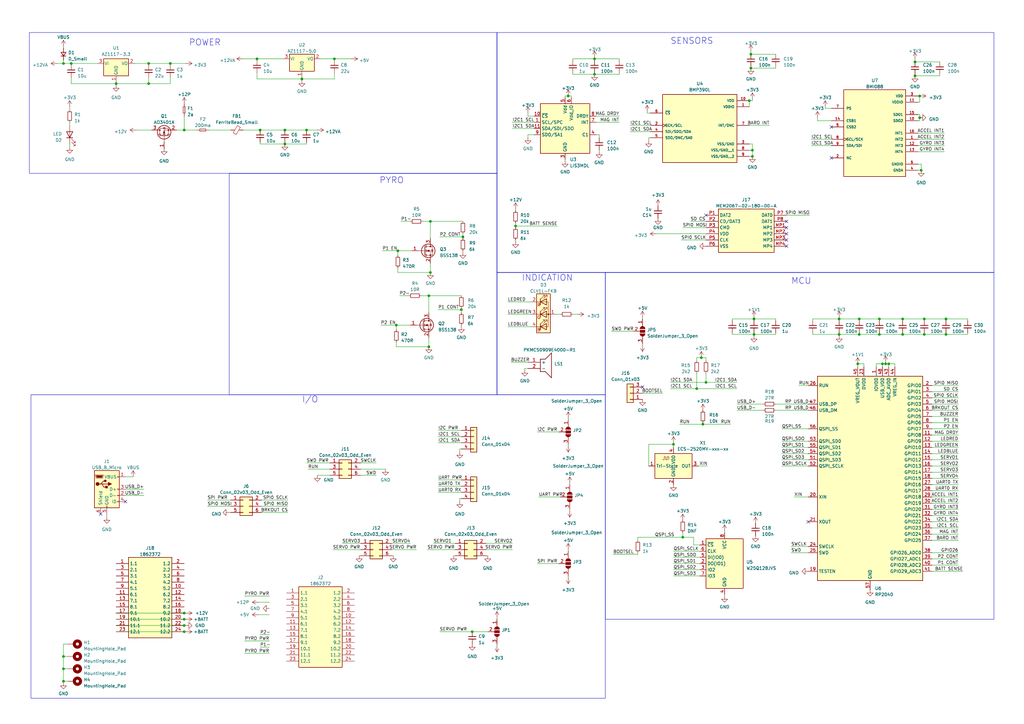
<source format=kicad_sch>
(kicad_sch (version 20230121) (generator eeschema)
  (paper "A3")
  (junction (at 377.19 39.37))
  (junction (at 308.61 61.595))
  (junction (at 75.565 256.54))
  (junction (at 375.285 25.4))
  (junction (at 307.975 27.94))
  (junction (at 344.17 130.81))
  (junction (at 280.035 220.345))
  (junction (at 125.73 53.34))
  (junction (at 352.425 130.81))
  (junction (at 60.96 34.29))
  (junction (at 29.21 26.035))
  (junction (at 307.975 22.225))
  (junction (at 309.245 137.16))
  (junction (at 123.825 32.385))
  (junction (at 308.61 64.135))
  (junction (at 307.34 41.275))
  (junction (at 137.16 24.13))
  (junction (at 105.41 24.13))
  (junction (at 116.84 53.34))
  (junction (at 370.205 137.16))
  (junction (at 26.035 269.24))
  (junction (at 387.985 137.16))
  (junction (at 69.85 26.035))
  (junction (at 344.17 137.16))
  (junction (at 75.565 259.08))
  (junction (at 351.79 149.225))
  (junction (at 47.625 34.29))
  (junction (at 285.75 159.385))
  (junction (at 162.56 133.35))
  (junction (at 243.84 24.13))
  (junction (at 352.425 137.16))
  (junction (at 26.035 274.32))
  (junction (at 75.565 53.34))
  (junction (at 60.96 26.035))
  (junction (at 176.53 111.76))
  (junction (at 370.205 130.81))
  (junction (at 364.49 149.225))
  (junction (at 176.53 90.805))
  (junction (at 379.095 137.16))
  (junction (at 276.225 182.245))
  (junction (at 361.95 149.225))
  (junction (at 377.19 48.26))
  (junction (at 287.655 146.685))
  (junction (at 175.895 121.285))
  (junction (at 309.245 130.81))
  (junction (at 189.865 97.155))
  (junction (at 175.895 142.24))
  (junction (at 116.84 59.055))
  (junction (at 106.68 53.34))
  (junction (at 379.095 130.81))
  (junction (at 288.29 173.99))
  (junction (at 360.68 137.16))
  (junction (at 289.56 156.845))
  (junction (at 233.045 39.37))
  (junction (at 363.22 149.225))
  (junction (at 375.285 31.115))
  (junction (at 75.565 254))
  (junction (at 243.84 30.48))
  (junction (at 26.035 279.4))
  (junction (at 360.68 130.81))
  (junction (at 75.565 251.46))
  (junction (at 26.035 26.035))
  (junction (at 387.985 130.81))
  (junction (at 211.455 92.71))
  (junction (at 193.675 259.08))
  (junction (at 163.195 102.87))
  (junction (at 377.825 69.85))
  (junction (at 189.23 127))
  (no_connect (at 263.525 158.75))
  (no_connect (at 331.47 213.995))
  (no_connect (at 322.58 90.805))
  (no_connect (at 340.995 52.07))
  (no_connect (at 322.58 98.425))
  (no_connect (at 41.275 210.82))
  (no_connect (at 322.58 100.965))
  (no_connect (at 322.58 95.885))
  (no_connect (at 322.58 93.345))
  (no_connect (at 289.56 88.265))
  (no_connect (at 340.995 64.77))
  (no_connect (at 51.435 205.74))
  (wire (pts (xy 200.025 227.965) (xy 199.39 227.965)))
  (wire (pts (xy 216.535 56.515) (xy 216.535 55.245)))
  (wire (pts (xy 28.575 59.055) (xy 28.575 60.325)))
  (wire (pts (xy 376.555 59.69) (xy 387.35 59.69)))
  (wire (pts (xy 110.49 262.89) (xy 100.33 262.89)))
  (wire (pts (xy 382.27 165.735) (xy 393.065 165.735)))
  (wire (pts (xy 47.625 254) (xy 75.565 254)))
  (wire (pts (xy 344.17 137.16) (xy 344.17 136.525)))
  (wire (pts (xy 370.205 137.16) (xy 379.095 137.16)))
  (wire (pts (xy 387.985 130.81) (xy 387.985 131.445)))
  (wire (pts (xy 285.75 153.035) (xy 285.75 159.385)))
  (wire (pts (xy 137.16 32.385) (xy 137.16 29.845)))
  (wire (pts (xy 147.955 194.945) (xy 154.305 194.945)))
  (wire (pts (xy 276.225 226.06) (xy 287.02 226.06)))
  (wire (pts (xy 125.73 53.34) (xy 116.84 53.34)))
  (wire (pts (xy 308.61 61.595) (xy 308.61 59.055)))
  (wire (pts (xy 162.56 135.255) (xy 162.56 133.35)))
  (wire (pts (xy 360.68 130.81) (xy 360.68 131.445)))
  (wire (pts (xy 375.285 25.4) (xy 385.445 25.4)))
  (wire (pts (xy 274.955 159.385) (xy 285.75 159.385)))
  (wire (pts (xy 263.525 141.605) (xy 263.525 140.97)))
  (wire (pts (xy 307.975 22.225) (xy 318.135 22.225)))
  (wire (pts (xy 376.555 49.53) (xy 377.19 49.53)))
  (wire (pts (xy 105.41 32.385) (xy 123.825 32.385)))
  (wire (pts (xy 160.655 225.425) (xy 170.815 225.425)))
  (wire (pts (xy 382.27 170.815) (xy 393.065 170.815)))
  (wire (pts (xy 332.74 57.15) (xy 340.995 57.15)))
  (wire (pts (xy 130.175 194.945) (xy 135.255 194.945)))
  (wire (pts (xy 289.56 156.845) (xy 302.26 156.845)))
  (wire (pts (xy 320.675 191.135) (xy 331.47 191.135)))
  (wire (pts (xy 69.85 31.75) (xy 69.85 34.29)))
  (wire (pts (xy 300.355 130.81) (xy 309.245 130.81)))
  (wire (pts (xy 288.29 173.99) (xy 299.72 173.99)))
  (wire (pts (xy 320.675 188.595) (xy 331.47 188.595)))
  (wire (pts (xy 352.425 130.81) (xy 360.68 130.81)))
  (wire (pts (xy 244.475 55.245) (xy 245.745 55.245)))
  (wire (pts (xy 396.875 137.16) (xy 396.875 136.525)))
  (wire (pts (xy 180.34 97.155) (xy 189.865 97.155)))
  (wire (pts (xy 210.185 52.705) (xy 219.075 52.705)))
  (wire (pts (xy 379.095 137.16) (xy 379.095 136.525)))
  (wire (pts (xy 387.985 130.81) (xy 396.875 130.81)))
  (wire (pts (xy 377.19 41.91) (xy 377.19 39.37)))
  (wire (pts (xy 47.625 251.46) (xy 75.565 251.46)))
  (wire (pts (xy 173.355 90.805) (xy 176.53 90.805)))
  (wire (pts (xy 300.355 137.16) (xy 309.245 137.16)))
  (wire (pts (xy 26.035 279.4) (xy 26.035 274.32)))
  (wire (pts (xy 51.435 203.2) (xy 59.055 203.2)))
  (wire (pts (xy 208.28 128.905) (xy 217.805 128.905)))
  (wire (pts (xy 233.045 39.37) (xy 231.775 39.37)))
  (wire (pts (xy 266.065 182.245) (xy 276.225 182.245)))
  (wire (pts (xy 382.27 221.615) (xy 393.065 221.615)))
  (wire (pts (xy 302.26 168.275) (xy 313.055 168.275)))
  (wire (pts (xy 211.455 85.725) (xy 211.455 86.36)))
  (wire (pts (xy 284.48 223.52) (xy 287.02 223.52)))
  (wire (pts (xy 29.21 31.75) (xy 29.21 34.29)))
  (wire (pts (xy 276.225 228.6) (xy 287.02 228.6)))
  (wire (pts (xy 203.835 264.795) (xy 203.835 264.16)))
  (wire (pts (xy 382.27 198.755) (xy 393.065 198.755)))
  (wire (pts (xy 258.445 51.435) (xy 266.7 51.435)))
  (wire (pts (xy 107.315 207.645) (xy 118.11 207.645)))
  (wire (pts (xy 338.455 44.45) (xy 338.455 43.815)))
  (wire (pts (xy 359.41 150.495) (xy 359.41 149.225)))
  (wire (pts (xy 156.21 133.35) (xy 162.56 133.35)))
  (wire (pts (xy 320.675 180.975) (xy 331.47 180.975)))
  (wire (pts (xy 175.895 138.43) (xy 175.895 142.24)))
  (wire (pts (xy 231.775 65.405) (xy 231.775 66.04)))
  (wire (pts (xy 116.84 58.42) (xy 116.84 59.055)))
  (wire (pts (xy 244.475 47.625) (xy 254 47.625)))
  (wire (pts (xy 130.175 53.34) (xy 125.73 53.34)))
  (wire (pts (xy 26.035 269.24) (xy 26.035 264.16)))
  (wire (pts (xy 26.035 264.16) (xy 27.94 264.16)))
  (wire (pts (xy 333.375 137.16) (xy 333.375 136.525)))
  (wire (pts (xy 106.68 59.055) (xy 106.68 58.42)))
  (wire (pts (xy 280.035 93.345) (xy 289.56 93.345)))
  (wire (pts (xy 60.96 26.035) (xy 69.85 26.035)))
  (wire (pts (xy 244.475 50.165) (xy 254 50.165)))
  (wire (pts (xy 85.09 205.105) (xy 94.615 205.105)))
  (wire (pts (xy 233.68 198.12) (xy 233.68 198.755)))
  (wire (pts (xy 361.95 149.225) (xy 363.22 149.225)))
  (wire (pts (xy 376.555 57.15) (xy 387.35 57.15)))
  (wire (pts (xy 285.75 146.685) (xy 287.655 146.685)))
  (wire (pts (xy 289.56 153.035) (xy 289.56 156.845)))
  (wire (pts (xy 309.245 137.16) (xy 318.135 137.16)))
  (wire (pts (xy 163.195 102.87) (xy 168.91 102.87)))
  (wire (pts (xy 69.85 26.67) (xy 69.85 26.035)))
  (wire (pts (xy 189.23 179.07) (xy 179.705 179.07)))
  (wire (pts (xy 220.345 231.14) (xy 229.235 231.14)))
  (wire (pts (xy 233.045 39.37) (xy 234.315 39.37)))
  (wire (pts (xy 360.68 137.16) (xy 370.205 137.16)))
  (wire (pts (xy 263.525 130.175) (xy 263.525 130.81)))
  (wire (pts (xy 308.61 40.64) (xy 308.61 41.275)))
  (wire (pts (xy 382.27 168.275) (xy 393.065 168.275)))
  (wire (pts (xy 297.18 244.475) (xy 297.18 243.84)))
  (wire (pts (xy 163.195 104.775) (xy 163.195 102.87)))
  (wire (pts (xy 308.61 64.135) (xy 308.61 61.595)))
  (wire (pts (xy 382.27 203.835) (xy 393.065 203.835)))
  (wire (pts (xy 285.75 146.685) (xy 285.75 147.955)))
  (wire (pts (xy 233.68 209.55) (xy 233.68 208.915)))
  (wire (pts (xy 180.34 259.08) (xy 193.675 259.08)))
  (wire (pts (xy 189.865 95.885) (xy 189.865 97.155)))
  (wire (pts (xy 379.095 130.81) (xy 379.095 131.445)))
  (wire (pts (xy 297.18 217.805) (xy 297.18 218.44)))
  (wire (pts (xy 147.32 227.965) (xy 147.955 227.965)))
  (wire (pts (xy 243.84 30.48) (xy 234.95 30.48)))
  (wire (pts (xy 288.29 173.355) (xy 288.29 173.99)))
  (wire (pts (xy 220.98 203.835) (xy 229.87 203.835)))
  (wire (pts (xy 189.23 133.35) (xy 189.23 133.985)))
  (wire (pts (xy 274.955 156.845) (xy 289.56 156.845)))
  (wire (pts (xy 75.565 256.54) (xy 76.2 256.54)))
  (wire (pts (xy 175.895 121.285) (xy 189.23 121.285)))
  (wire (pts (xy 364.49 149.225) (xy 367.03 149.225)))
  (wire (pts (xy 107.315 210.185) (xy 118.11 210.185)))
  (wire (pts (xy 254 24.13) (xy 254 24.765)))
  (wire (pts (xy 283.21 90.805) (xy 289.56 90.805)))
  (wire (pts (xy 188.595 185.42) (xy 188.595 184.15)))
  (wire (pts (xy 28.575 43.815) (xy 28.575 45.085)))
  (wire (pts (xy 382.27 196.215) (xy 393.065 196.215)))
  (wire (pts (xy 376.555 41.91) (xy 377.19 41.91)))
  (wire (pts (xy 93.98 210.185) (xy 94.615 210.185)))
  (wire (pts (xy 382.27 213.995) (xy 393.065 213.995)))
  (wire (pts (xy 307.975 27.305) (xy 307.975 27.94)))
  (wire (pts (xy 163.83 121.285) (xy 167.64 121.285)))
  (wire (pts (xy 208.28 133.985) (xy 217.805 133.985)))
  (wire (pts (xy 333.375 130.81) (xy 344.17 130.81)))
  (wire (pts (xy 382.27 191.135) (xy 393.065 191.135)))
  (wire (pts (xy 211.455 92.71) (xy 228.6 92.71)))
  (wire (pts (xy 28.575 51.435) (xy 28.575 50.165)))
  (wire (pts (xy 363.22 149.225) (xy 364.49 149.225)))
  (wire (pts (xy 307.34 51.435) (xy 315.595 51.435)))
  (wire (pts (xy 327.66 158.115) (xy 331.47 158.115)))
  (wire (pts (xy 307.34 61.595) (xy 308.61 61.595)))
  (wire (pts (xy 163.195 111.76) (xy 163.195 109.855)))
  (wire (pts (xy 382.27 158.115) (xy 393.065 158.115)))
  (wire (pts (xy 47.625 34.29) (xy 60.96 34.29)))
  (wire (pts (xy 188.595 184.15) (xy 189.23 184.15)))
  (wire (pts (xy 382.27 234.315) (xy 394.97 234.315)))
  (wire (pts (xy 280.035 220.345) (xy 284.48 220.345)))
  (wire (pts (xy 245.745 61.595) (xy 245.745 62.23)))
  (wire (pts (xy 367.03 149.225) (xy 367.03 150.495)))
  (wire (pts (xy 382.27 226.695) (xy 393.065 226.695)))
  (wire (pts (xy 320.675 186.055) (xy 331.47 186.055)))
  (wire (pts (xy 382.27 206.375) (xy 393.065 206.375)))
  (wire (pts (xy 125.73 189.865) (xy 135.255 189.865)))
  (wire (pts (xy 266.065 57.785) (xy 266.065 56.515)))
  (wire (pts (xy 276.225 233.68) (xy 287.02 233.68)))
  (wire (pts (xy 220.345 177.165) (xy 229.235 177.165)))
  (wire (pts (xy 215.265 151.13) (xy 216.535 151.13)))
  (wire (pts (xy 309.245 137.16) (xy 309.245 137.795)))
  (wire (pts (xy 176.53 107.95) (xy 176.53 111.76)))
  (wire (pts (xy 344.17 130.175) (xy 344.17 130.81)))
  (wire (pts (xy 382.27 160.655) (xy 393.065 160.655)))
  (wire (pts (xy 26.035 24.765) (xy 26.035 26.035)))
  (wire (pts (xy 376.555 46.99) (xy 377.19 46.99)))
  (wire (pts (xy 261.62 220.345) (xy 261.62 221.615)))
  (wire (pts (xy 370.205 130.81) (xy 379.095 130.81)))
  (wire (pts (xy 216.535 47.625) (xy 219.075 47.625)))
  (wire (pts (xy 379.095 130.81) (xy 387.985 130.81)))
  (wire (pts (xy 60.96 26.035) (xy 60.96 26.67)))
  (wire (pts (xy 250.825 135.89) (xy 259.715 135.89)))
  (wire (pts (xy 105.41 29.845) (xy 105.41 32.385)))
  (wire (pts (xy 140.335 222.885) (xy 147.955 222.885)))
  (wire (pts (xy 324.485 224.155) (xy 331.47 224.155)))
  (wire (pts (xy 352.425 137.16) (xy 352.425 136.525)))
  (wire (pts (xy 110.49 247.015) (xy 106.045 247.015)))
  (wire (pts (xy 162.56 133.35) (xy 168.275 133.35)))
  (wire (pts (xy 126.365 192.405) (xy 135.255 192.405)))
  (wire (pts (xy 23.495 26.035) (xy 26.035 26.035)))
  (wire (pts (xy 211.455 91.44) (xy 211.455 92.71)))
  (wire (pts (xy 285.75 159.385) (xy 302.26 159.385)))
  (wire (pts (xy 382.27 173.355) (xy 393.065 173.355)))
  (wire (pts (xy 123.825 32.385) (xy 137.16 32.385)))
  (wire (pts (xy 106.045 252.095) (xy 110.49 252.095)))
  (wire (pts (xy 318.135 130.81) (xy 318.135 131.445)))
  (wire (pts (xy 370.205 137.16) (xy 370.205 136.525)))
  (wire (pts (xy 359.41 149.225) (xy 361.95 149.225)))
  (wire (pts (xy 360.68 137.16) (xy 360.68 136.525)))
  (wire (pts (xy 263.525 161.29) (xy 271.78 161.29)))
  (wire (pts (xy 208.28 123.825) (xy 217.805 123.825)))
  (wire (pts (xy 376.555 62.23) (xy 387.35 62.23)))
  (wire (pts (xy 375.285 31.115) (xy 385.445 31.115)))
  (wire (pts (xy 105.41 24.13) (xy 105.41 24.765)))
  (wire (pts (xy 261.62 227.33) (xy 261.62 226.695)))
  (wire (pts (xy 251.46 227.33) (xy 261.62 227.33)))
  (wire (pts (xy 123.825 31.75) (xy 123.825 32.385)))
  (wire (pts (xy 338.455 44.45) (xy 340.995 44.45)))
  (wire (pts (xy 309.245 130.81) (xy 309.245 131.445)))
  (wire (pts (xy 216.535 55.245) (xy 219.075 55.245)))
  (wire (pts (xy 26.035 269.24) (xy 27.94 269.24)))
  (wire (pts (xy 47.625 259.08) (xy 75.565 259.08)))
  (wire (pts (xy 29.21 34.29) (xy 47.625 34.29)))
  (wire (pts (xy 188.595 205.74) (xy 188.595 204.47)))
  (wire (pts (xy 162.56 142.24) (xy 162.56 140.335)))
  (wire (pts (xy 188.595 204.47) (xy 189.23 204.47)))
  (wire (pts (xy 110.49 267.97) (xy 100.33 267.97)))
  (wire (pts (xy 199.39 225.425) (xy 210.185 225.425)))
  (wire (pts (xy 382.27 180.975) (xy 393.065 180.975)))
  (wire (pts (xy 85.09 207.645) (xy 94.615 207.645)))
  (wire (pts (xy 147.955 189.865) (xy 154.305 189.865)))
  (wire (pts (xy 234.95 30.48) (xy 234.95 29.845)))
  (wire (pts (xy 175.895 121.285) (xy 175.895 128.27)))
  (wire (pts (xy 309.245 130.175) (xy 309.245 130.81)))
  (wire (pts (xy 344.17 130.81) (xy 352.425 130.81)))
  (wire (pts (xy 382.27 175.895) (xy 393.065 175.895)))
  (wire (pts (xy 233.045 182.88) (xy 233.045 182.245)))
  (wire (pts (xy 47.625 256.54) (xy 75.565 256.54)))
  (wire (pts (xy 72.39 53.34) (xy 75.565 53.34)))
  (wire (pts (xy 177.8 222.885) (xy 186.69 222.885)))
  (wire (pts (xy 106.68 53.34) (xy 99.695 53.34)))
  (wire (pts (xy 233.045 171.45) (xy 233.045 172.085)))
  (wire (pts (xy 243.84 30.48) (xy 254 30.48)))
  (wire (pts (xy 376.555 39.37) (xy 377.19 39.37)))
  (wire (pts (xy 40.005 26.035) (xy 29.21 26.035)))
  (wire (pts (xy 76.2 259.08) (xy 75.565 259.08)))
  (wire (pts (xy 344.17 137.16) (xy 352.425 137.16)))
  (wire (pts (xy 269.24 95.885) (xy 289.56 95.885)))
  (wire (pts (xy 189.865 97.155) (xy 189.865 97.79)))
  (wire (pts (xy 279.4 98.425) (xy 289.56 98.425)))
  (wire (pts (xy 300.355 137.16) (xy 300.355 136.525)))
  (wire (pts (xy 322.58 88.265) (xy 332.105 88.265)))
  (wire (pts (xy 335.28 48.26) (xy 335.28 49.53)))
  (wire (pts (xy 233.045 236.855) (xy 233.045 236.22)))
  (wire (pts (xy 234.95 128.905) (xy 236.855 128.905)))
  (wire (pts (xy 243.84 24.13) (xy 243.84 24.765)))
  (wire (pts (xy 99.695 24.13) (xy 105.41 24.13)))
  (wire (pts (xy 26.035 274.32) (xy 27.94 274.32)))
  (wire (pts (xy 26.035 19.685) (xy 26.035 19.05)))
  (wire (pts (xy 176.53 90.805) (xy 176.53 97.79)))
  (wire (pts (xy 26.035 26.035) (xy 29.21 26.035)))
  (wire (pts (xy 156.845 102.87) (xy 163.195 102.87)))
  (wire (pts (xy 387.985 137.16) (xy 387.985 136.525)))
  (wire (pts (xy 332.74 59.69) (xy 340.995 59.69)))
  (wire (pts (xy 318.135 27.305) (xy 318.135 27.94)))
  (wire (pts (xy 280.035 218.44) (xy 280.035 220.345)))
  (wire (pts (xy 164.465 90.805) (xy 168.275 90.805)))
  (wire (pts (xy 29.21 26.035) (xy 29.21 26.67)))
  (wire (pts (xy 51.435 200.66) (xy 59.055 200.66)))
  (wire (pts (xy 300.355 130.81) (xy 300.355 131.445)))
  (wire (pts (xy 233.045 225.425) (xy 233.045 226.06)))
  (wire (pts (xy 136.525 225.425) (xy 147.955 225.425)))
  (wire (pts (xy 318.135 165.735) (xy 331.47 165.735)))
  (wire (pts (xy 261.62 220.345) (xy 280.035 220.345)))
  (wire (pts (xy 377.19 48.26) (xy 377.19 49.53)))
  (wire (pts (xy 382.27 186.055) (xy 393.065 186.055)))
  (wire (pts (xy 123.825 33.02) (xy 123.825 32.385)))
  (wire (pts (xy 26.035 279.4) (xy 27.94 279.4)))
  (wire (pts (xy 307.975 27.94) (xy 318.135 27.94)))
  (wire (pts (xy 344.17 130.81) (xy 344.17 131.445)))
  (wire (pts (xy 189.865 102.87) (xy 189.865 103.505)))
  (wire (pts (xy 215.265 151.765) (xy 215.265 151.13)))
  (wire (pts (xy 125.73 58.42) (xy 125.73 59.055)))
  (wire (pts (xy 175.26 225.425) (xy 186.69 225.425)))
  (wire (pts (xy 110.49 244.475) (xy 100.33 244.475)))
  (wire (pts (xy 227.965 128.905) (xy 229.87 128.905)))
  (wire (pts (xy 307.34 64.135) (xy 308.61 64.135)))
  (wire (pts (xy 43.815 210.82) (xy 43.815 212.09)))
  (wire (pts (xy 216.535 46.355) (xy 216.535 47.625)))
  (wire (pts (xy 243.84 23.495) (xy 243.84 24.13)))
  (wire (pts (xy 266.065 191.135) (xy 266.065 182.245)))
  (wire (pts (xy 307.34 41.275) (xy 307.34 43.815)))
  (wire (pts (xy 60.96 34.29) (xy 60.96 31.75)))
  (wire (pts (xy 85.725 53.34) (xy 94.615 53.34)))
  (wire (pts (xy 175.895 142.24) (xy 162.56 142.24)))
  (wire (pts (xy 258.445 53.975) (xy 266.7 53.975)))
  (wire (pts (xy 234.95 24.13) (xy 234.95 24.765)))
  (wire (pts (xy 318.135 137.16) (xy 318.135 136.525)))
  (wire (pts (xy 382.27 163.195) (xy 393.065 163.195)))
  (wire (pts (xy 333.375 130.81) (xy 333.375 131.445)))
  (wire (pts (xy 193.675 259.08) (xy 200.025 259.08)))
  (wire (pts (xy 231.775 39.37) (xy 231.775 40.005)))
  (wire (pts (xy 276.225 231.14) (xy 287.02 231.14)))
  (wire (pts (xy 116.84 59.055) (xy 106.68 59.055)))
  (wire (pts (xy 379.095 137.16) (xy 387.985 137.16)))
  (wire (pts (xy 243.84 29.845) (xy 243.84 30.48)))
  (wire (pts (xy 382.27 193.675) (xy 393.065 193.675)))
  (wire (pts (xy 375.285 24.13) (xy 375.285 25.4)))
  (wire (pts (xy 376.555 67.31) (xy 377.825 67.31)))
  (wire (pts (xy 351.79 149.225) (xy 354.33 149.225)))
  (wire (pts (xy 116.84 53.34) (xy 106.68 53.34)))
  (wire (pts (xy 320.675 175.895) (xy 331.47 175.895)))
  (wire (pts (xy 289.56 146.685) (xy 289.56 147.955)))
  (wire (pts (xy 179.705 199.39) (xy 189.23 199.39)))
  (wire (pts (xy 309.245 130.81) (xy 318.135 130.81)))
  (wire (pts (xy 203.835 253.365) (xy 203.835 254)))
  (wire (pts (xy 320.675 183.515) (xy 331.47 183.515)))
  (wire (pts (xy 354.33 149.225) (xy 354.33 150.495)))
  (wire (pts (xy 276.225 181.61) (xy 276.225 182.245)))
  (wire (pts (xy 266.065 56.515) (xy 266.7 56.515)))
  (wire (pts (xy 324.485 226.695) (xy 331.47 226.695)))
  (wire (pts (xy 51.435 195.58) (xy 54.61 195.58)))
  (wire (pts (xy 245.745 55.245) (xy 245.745 56.515)))
  (wire (pts (xy 179.705 176.53) (xy 189.23 176.53)))
  (wire (pts (xy 176.53 90.805) (xy 189.865 90.805)))
  (wire (pts (xy 47.625 34.925) (xy 47.625 34.29)))
  (wire (pts (xy 176.53 111.76) (xy 163.195 111.76)))
  (wire (pts (xy 137.16 24.13) (xy 137.16 24.765)))
  (wire (pts (xy 265.43 45.72) (xy 265.43 46.355)))
  (wire (pts (xy 360.68 130.81) (xy 370.205 130.81)))
  (wire (pts (xy 290.195 191.135) (xy 286.385 191.135)))
  (wire (pts (xy 344.17 137.16) (xy 344.17 137.795)))
  (wire (pts (xy 302.26 165.735) (xy 313.055 165.735)))
  (wire (pts (xy 179.705 201.93) (xy 189.23 201.93)))
  (wire (pts (xy 254 29.845) (xy 254 30.48)))
  (wire (pts (xy 382.27 216.535) (xy 393.065 216.535)))
  (wire (pts (xy 284.48 220.345) (xy 284.48 223.52)))
  (wire (pts (xy 210.185 50.165) (xy 219.075 50.165)))
  (wire (pts (xy 376.555 69.85) (xy 377.825 69.85)))
  (wire (pts (xy 211.455 98.425) (xy 211.455 99.06)))
  (wire (pts (xy 361.95 149.225) (xy 361.95 150.495)))
  (wire (pts (xy 189.23 181.61) (xy 179.705 181.61)))
  (wire (pts (xy 131.445 24.13) (xy 137.16 24.13)))
  (wire (pts (xy 75.565 254) (xy 76.2 254)))
  (wire (pts (xy 370.205 130.81) (xy 370.205 131.445)))
  (wire (pts (xy 55.245 26.035) (xy 60.96 26.035)))
  (wire (pts (xy 209.55 148.59) (xy 216.535 148.59)))
  (wire (pts (xy 382.27 188.595) (xy 393.065 188.595)))
  (wire (pts (xy 75.565 47.625) (xy 75.565 53.34)))
  (wire (pts (xy 331.47 203.835) (xy 325.755 203.835)))
  (wire (pts (xy 75.565 251.46) (xy 76.2 251.46)))
  (wire (pts (xy 396.875 130.81) (xy 396.875 131.445)))
  (wire (pts (xy 287.655 146.685) (xy 289.56 146.685)))
  (wire (pts (xy 26.035 280.035) (xy 26.035 279.4)))
  (wire (pts (xy 278.765 173.99) (xy 288.29 173.99)))
  (wire (pts (xy 116.205 24.13) (xy 105.41 24.13)))
  (wire (pts (xy 351.79 149.225) (xy 351.79 150.495)))
  (wire (pts (xy 75.565 53.34) (xy 80.645 53.34)))
  (wire (pts (xy 318.135 168.275) (xy 331.47 168.275)))
  (wire (pts (xy 106.68 265.43) (xy 110.49 265.43)))
  (wire (pts (xy 387.985 137.16) (xy 396.875 137.16)))
  (wire (pts (xy 160.655 222.885) (xy 168.275 222.885)))
  (wire (pts (xy 234.95 24.13) (xy 243.84 24.13)))
  (wire (pts (xy 308.61 41.275) (xy 307.34 41.275)))
  (wire (pts (xy 377.19 46.99) (xy 377.19 48.26)))
  (wire (pts (xy 106.68 260.35) (xy 110.49 260.35)))
  (wire (pts (xy 382.27 201.295) (xy 393.065 201.295)))
  (wire (pts (xy 179.705 196.85) (xy 189.23 196.85)))
  (wire (pts (xy 276.225 182.245) (xy 276.225 183.515)))
  (wire (pts (xy 125.73 59.055) (xy 116.84 59.055)))
  (wire (pts (xy 47.625 33.655) (xy 47.625 34.29)))
  (wire (pts (xy 364.49 149.225) (xy 364.49 150.495)))
  (wire (pts (xy 234.315 39.37) (xy 234.315 40.005)))
  (wire (pts (xy 376.555 54.61) (xy 387.35 54.61)))
  (wire (pts (xy 308.61 59.055) (xy 307.34 59.055)))
  (wire (pts (xy 172.72 121.285) (xy 175.895 121.285)))
  (wire (pts (xy 377.825 67.31) (xy 377.825 69.85)))
  (wire (pts (xy 137.16 24.13) (xy 144.145 24.13)))
  (wire (pts (xy 344.17 137.16) (xy 333.375 137.16)))
  (wire (pts (xy 382.27 178.435) (xy 393.065 178.435)))
  (wire (pts (xy 385.445 30.48) (xy 385.445 31.115)))
  (wire (pts (xy 335.28 49.53) (xy 340.995 49.53)))
  (wire (pts (xy 309.245 137.16) (xy 309.245 136.525)))
  (wire (pts (xy 265.43 46.355) (xy 266.7 46.355)))
  (wire (pts (xy 189.23 127) (xy 189.23 128.27)))
  (wire (pts (xy 179.705 127) (xy 189.23 127)))
  (wire (pts (xy 382.27 219.075) (xy 393.065 219.075)))
  (wire (pts (xy 76.2 26.035) (xy 69.85 26.035)))
  (wire (pts (xy 382.27 211.455) (xy 393.065 211.455)))
  (wire (pts (xy 26.035 274.32) (xy 26.035 269.24)))
  (wire (pts (xy 382.27 183.515) (xy 393.065 183.515)))
  (wire (pts (xy 307.975 20.955) (xy 307.975 22.225)))
  (wire (pts (xy 147.955 192.405) (xy 158.115 192.405)))
  (wire (pts (xy 186.055 227.965) (xy 186.69 227.965)))
  (wire (pts (xy 55.88 53.34) (xy 62.23 53.34)))
  (wire (pts (xy 375.285 30.48) (xy 375.285 31.115)))
  (wire (pts (xy 352.425 130.81) (xy 352.425 131.445)))
  (wire (pts (xy 276.225 236.22) (xy 287.02 236.22)))
  (wire (pts (xy 382.27 229.235) (xy 393.065 229.235)))
  (wire (pts (xy 189.23 126.365) (xy 189.23 127)))
  (wire (pts (xy 69.85 34.29) (xy 60.96 34.29)))
  (wire (pts (xy 363.22 148.59) (xy 363.22 149.225)))
  (wire (pts (xy 161.29 227.965) (xy 160.655 227.965)))
  (wire (pts (xy 243.84 24.13) (xy 254 24.13)))
  (wire (pts (xy 382.27 231.775) (xy 393.065 231.775)))
  (wire (pts (xy 199.39 222.885) (xy 210.185 222.885)))
  (wire (pts (xy 211.455 92.71) (xy 211.455 93.345)))
  (wire (pts (xy 382.27 208.915) (xy 393.065 208.915)))
  (wire (pts (xy 107.315 205.105) (xy 118.11 205.105)))
  (wire (pts (xy 352.425 137.16) (xy 360.68 137.16)))
  (rectangle (start 93.98 71.12) (end 203.835 161.925))
  (rectangle (start 12.065 13.335) (end 203.835 71.12))
  (rectangle (start 203.835 111.76) (end 248.285 161.925))
  (rectangle (start 248.285 111.76) (end 407.67 254))
  (rectangle (start 203.835 13.335) (end 407.67 111.76))
  (rectangle (start 12.7 161.925) (end 248.285 286.385))
  (text "INDICATION" (at 213.995 115.57 0) (effects (font (size 2.54 2.54)) (justify left bottom)))
  (text "PYRO" (at 155.575 75.565 0) (effects (font (size 2.54 2.54)) (justify left bottom)))
  (text "MCU" (at 324.485 116.84 0) (effects (font (size 2.54 2.54)) (justify left bottom)))
  (text "I/O\n\n" (at 123.825 169.545 0) (effects (font (size 2.54 2.54)) (justify left bottom)))
  (text "SENSORS\n" (at 274.955 18.415 0) (effects (font (size 2.54 2.54)) (justify left bottom)))
  (text "POWER\n" (at 77.47 19.05 0) (effects (font (size 2.54 2.54)) (justify left bottom)))
  (label "SPI0 MOSI" (at 85.09 207.645 0))
  (label "P2 EN" (at 393.065 175.895 180))
  (label "LEDBLUE" (at 208.28 133.985 0))
  (label "I2C1 SCL" (at 274.955 159.385 0))
  (label "P2 EN" (at 156.21 133.35 0))
  (label "SPI0 MISO" (at 393.065 158.115 180))
  (label "QSPI_SD2" (at 320.675 186.055 0))
  (label "I2C PWR" (at 220.345 177.165 0))
  (label "QSPI_SD2" (at 276.225 233.68 0))
  (label "P2-" (at 106.68 260.35 0))
  (label "P1-" (at 164.465 90.805 0))
  (label "PYRO PWR" (at 100.33 244.475 0))
  (label "MAG INT" (at 393.065 219.075 180))
  (label "BATT SENSE" (at 228.6 92.71 180))
  (label "SPI0 MOSI" (at 280.035 93.345 0))
  (label "SPI PWR" (at 85.09 205.105 0))
  (label "I2C1 SDA" (at 179.705 181.61 0))
  (label "P2 CONT" (at 393.065 229.235 180))
  (label "I2C1 SCL" (at 332.74 57.15 0))
  (label "LEDRED" (at 208.28 123.825 0))
  (label "SERVO2" (at 210.185 222.885 180))
  (label "ACCEL INT1" (at 393.065 203.835 180))
  (label "BRKOUT CS" (at 393.065 168.275 180))
  (label "QSPI_SCLK" (at 320.675 191.135 0))
  (label "PYRO PWR" (at 100.33 262.89 0))
  (label "QSPI_SD1" (at 320.675 183.515 0))
  (label "QSPI_SCLK" (at 276.225 226.06 0))
  (label "I2C1 SDA" (at 332.74 59.69 0))
  (label "SPI0 SCLK" (at 118.11 205.105 180))
  (label "P2-" (at 163.83 121.285 0))
  (label "SWCLK" (at 154.305 189.865 180))
  (label "P2 CONT" (at 180.34 97.155 0))
  (label "PYRO PWR" (at 100.33 267.97 0))
  (label "SERVO1" (at 393.065 188.595 180))
  (label "XIN" (at 290.195 191.135 180))
  (label "SWD PWR" (at 125.73 189.865 0))
  (label "ACCEL INT1" (at 387.35 54.61 180))
  (label "UART0 TX" (at 393.065 198.755 180))
  (label "RUN" (at 327.66 158.115 0))
  (label "LEDGREEN" (at 208.28 128.905 0))
  (label "LEDGREEN" (at 393.065 183.515 180))
  (label "SERVO3" (at 140.335 222.885 0))
  (label "GYRO INT4" (at 393.065 211.455 180))
  (label "SPI0 SCLK" (at 393.065 163.195 180))
  (label "GYRO INT3" (at 393.065 208.915 180))
  (label "ACCEL INT2" (at 387.35 57.15 180))
  (label "RUN" (at 299.72 173.99 180))
  (label "SWCLK" (at 324.485 224.155 0))
  (label "SERVO2" (at 393.065 191.135 180))
  (label "I2C1 SDA" (at 393.065 213.995 180))
  (label "BOOTSEL" (at 251.46 227.33 0))
  (label "QSPI_SDO" (at 276.225 228.6 0))
  (label "SWD" (at 154.305 194.945 180))
  (label "QSPI_SDO" (at 320.675 180.975 0))
  (label "GYRO INT3" (at 387.35 59.69 180))
  (label "I2C1 SCL" (at 393.065 216.535 180))
  (label "RP USB_D+" (at 321.945 165.735 0))
  (label "SERVO PWR" (at 170.815 225.425 180))
  (label "GYRO INT4" (at 387.35 62.23 180))
  (label "USB_D+" (at 59.055 200.66 180))
  (label "USB_D+" (at 302.26 165.735 0))
  (label "QSPI_SD3" (at 320.675 188.595 0))
  (label "P1-" (at 106.68 265.43 0))
  (label "BRKOUT CS" (at 118.11 210.185 180))
  (label "I2C1 SCL" (at 258.445 51.435 0))
  (label "SD CS" (at 283.21 90.805 0))
  (label "UART0 TX" (at 179.705 199.39 0))
  (label "ACCEL INT2" (at 393.065 206.375 180))
  (label "BUZZER" (at 393.065 170.815 180))
  (label "P1 EN" (at 393.065 173.355 180))
  (label "BARO INT" (at 393.065 221.615 180))
  (label "P1 CONT" (at 179.705 127 0))
  (label "BARO INT" (at 315.595 51.435 180))
  (label "SERVO3" (at 393.065 193.675 180))
  (label "RP USB_D-" (at 321.945 168.275 0))
  (label "USB_D-" (at 302.26 168.275 0))
  (label "UART PWR" (at 179.705 196.85 0))
  (label "UART PWR" (at 220.98 203.835 0))
  (label "I2C1 SDA" (at 302.26 156.845 180))
  (label "SPI PWR" (at 220.345 231.14 0))
  (label "UART0 RX" (at 393.065 201.295 180))
  (label "SERVO4" (at 168.275 222.885 180))
  (label "LEDBLUE" (at 393.065 186.055 180))
  (label "SERVO PWR" (at 136.525 225.425 0))
  (label "P1 CONT" (at 393.065 231.775 180))
  (label "SPI0 MISO" (at 332.105 88.265 180))
  (label "SERVO PWR" (at 210.185 225.425 180))
  (label "I2C1 SDA" (at 210.185 52.705 0))
  (label "I2C1 SDA" (at 258.445 53.975 0))
  (label "BUZZER" (at 209.55 148.59 0))
  (label "SD CS" (at 393.065 160.655 180))
  (label "I2C PWR" (at 179.705 176.53 0))
  (label "MAG INT" (at 254 50.165 180))
  (label "I2C1 SDA" (at 274.955 156.845 0))
  (label "LEDRED" (at 393.065 180.975 180))
  (label "I2C1 SCL" (at 302.26 159.385 180))
  (label "MAG DRDY" (at 254 47.625 180))
  (label "GPIO26" (at 393.065 226.695 180))
  (label "P1 EN" (at 156.845 102.87 0))
  (label "RUN" (at 278.765 173.99 0))
  (label "SWD" (at 324.485 226.695 0))
  (label "SERVO PWR" (at 180.34 259.08 0))
  (label "I2C1 SCL" (at 179.705 179.07 0))
  (label "I2C1 SCL" (at 210.185 50.165 0))
  (label "QSPI_SS" (at 320.675 175.895 0))
  (label "SPI0 MISO" (at 118.11 207.645 180))
  (label "BOOTSEL" (at 271.78 161.29 180))
  (label "SERVO4" (at 393.065 196.215 180))
  (label "MAG DRDY" (at 393.065 178.435 180))
  (label "UART0 RX" (at 179.705 201.93 0))
  (label "QSPI_SS" (at 268.605 220.345 0))
  (label "SERVO PWR" (at 175.26 225.425 0))
  (label "SERVO1" (at 177.8 222.885 0))
  (label "SPI0 SCLK" (at 279.4 98.425 0))
  (label "QSPI_SD3" (at 276.225 236.22 0))
  (label "SWD PWR" (at 250.825 135.89 0))
  (label "RUN" (at 126.365 192.405 0))
  (label "SPI0 MOSI" (at 393.065 165.735 180))
  (label "QSPI_SD1" (at 276.225 231.14 0))
  (label "XIN" (at 325.755 203.835 0))
  (label "BATT SENSE" (at 394.97 234.315 180))
  (label "USB_D-" (at 59.055 203.2 180))
  (symbol (lib_id "power:+3V3") (at 263.525 141.605 180) (unit 1)
    (property "Reference" "#PWR066" (effects hide))
    (property "Value" "+3V3" (at 263.525 146.685 0))
  )
  (symbol (lib_id "power:+3V3") (at 269.24 95.885 90) (unit 1)
    (property "Reference" "#PWR070" (effects hide))
    (property "Value" "+3V3" (at 265.43 96.52 90) (effects (justify left)))
  )
  (symbol (lib_id "power:+3V3") (at 265.43 45.72 0) (unit 1)
    (property "Reference" "#PWR068" (effects hide))
    (property "Value" "+3V3" (at 265.43 41.91 0))
  )
  (symbol (lib_id "Device:C_Small") (at 137.16 27.305 0) (unit 1)
    (property "Reference" "C8" (at 139.7 26.6763 0) (effects (justify left)))
    (property "Value" "22u" (at 139.7 29.2163 0) (effects (justify left)))
    (property "Footprint" "Capacitor_SMD:C_0805_2012Metric" (effects hide))
  )
  (symbol (lib_id "Connector_Generic:Conn_02x03_Odd_Even") (at 140.335 192.405 0) (unit 1)
    (property "Reference" "J11" (at 141.605 184.15 0))
    (property "Value" "Conn_02x03_Odd_Even" (at 141.605 186.69 0))
    (property "Footprint" "Connector_PinHeader_2.54mm:PinHeader_2x03_P2.54mm_Vertical" (effects hide))
  )
  (symbol (lib_id "power:GND") (at 309.245 137.795 0) (unit 1)
    (property "Reference" "#PWR086" (effects hide))
    (property "Value" "GND" (at 309.245 142.875 0))
  )
  (symbol (lib_id "Connector_Generic:Conn_02x03_Odd_Even") (at 153.035 225.425 0) (unit 1)
    (property "Reference" "J12" (at 154.305 216.535 0))
    (property "Value" "Conn_02x03_Odd_Even" (at 154.305 219.075 0))
    (property "Footprint" "Connector_PinHeader_2.54mm:PinHeader_2x03_P2.54mm_Vertical" (effects hide))
  )
  (symbol (lib_id "Mechanical:MountingHole_Pad") (at 30.48 274.32 270) (unit 1)
    (property "Reference" "H3" (at 34.29 273.685 90) (effects (justify left)))
    (property "Value" "MountingHole_Pad" (at 34.29 276.225 90) (effects (justify left)))
    (property "Footprint" "MountingHole:MountingHole_3.2mm_M3_DIN965_Pad" (effects hide))
  )
  (symbol (lib_id "Device:R_Small") (at 170.815 90.805 90) (unit 1)
    (property "Reference" "R5" (at 170.815 85.725 90))
    (property "Value" "10R" (at 170.815 88.265 90))
    (property "Footprint" "Resistor_SMD:R_0603_1608Metric" (effects hide))
  )
  (symbol (lib_id "power:+3V3") (at 233.045 182.88 180) (unit 1)
    (property "Reference" "#PWR056" (effects hide))
    (property "Value" "+3V3" (at 233.045 187.96 0))
  )
  (symbol (lib_id "Device:R_Small") (at 289.56 150.495 0) (mirror y) (unit 1)
    (property "Reference" "R17" (at 291.465 149.86 0) (effects (justify right)))
    (property "Value" "2k2" (at 291.465 152.4 0) (effects (justify right)))
    (property "Footprint" "Resistor_SMD:R_0603_1608Metric" (effects hide))
  )
  (symbol (lib_id "SamacSys_Parts:MEM2067-02-180-00-A") (at 289.56 88.265 0) (unit 1)
    (property "Reference" "J17" (at 306.07 81.915 0))
    (property "Value" "MEM2067-02-180-00-A" (at 306.07 84.455 0))
    (property "Footprint" "SamacSys_Parts:MEM20670218000A" (effects hide))
    (property "Datasheet" "https://gct.co/files/drawings/mem2067.pdf" (effects hide))
    (property "Height" "1.95" (effects hide))
    (property "Mouser Part Number" "640-MEM20670218000A" (effects hide))
    (property "Mouser Price/Stock" "https://www.mouser.co.uk/ProductDetail/GCT/MEM2067-02-180-00-A?qs=KUoIvG%2F9IlYTw%2Fcc1GlNJA%3D%3D" (effects hide))
    (property "Manufacturer_Name" "GCT (GLOBAL CONNECTOR TECHNOLOGY)" (effects hide))
    (property "Manufacturer_Part_Number" "MEM2067-02-180-00-A" (effects hide))
  )
  (symbol (lib_id "Connector:USB_B_Micro") (at 43.815 200.66 0) (unit 1)
    (property "Reference" "J1" (at 43.815 189.23 0))
    (property "Value" "USB_B_Micro" (at 43.815 191.77 0))
    (property "Footprint" "SamacSys_Parts:101181920001LF" (effects hide))
  )
  (symbol (lib_id "Regulator_Linear:AZ1117-3.3") (at 47.625 26.035 0) (unit 1)
    (property "Reference" "U1" (at 47.625 19.685 0))
    (property "Value" "AZ1117-3.3" (at 47.625 22.225 0))
    (property "Footprint" "Package_TO_SOT_SMD:SOT-89-3" (effects hide))
    (property "Datasheet" "https://www.diodes.com/assets/Datasheets/AZ1117.pdf" (effects hide))
  )
  (symbol (lib_id "Device:R_Small") (at 211.455 88.9 0) (unit 1)
    (property "Reference" "R10" (at 213.36 88.265 0) (effects (justify left)))
    (property "Value" "20k" (at 213.36 90.805 0) (effects (justify left)))
    (property "Footprint" "Resistor_SMD:R_0603_1608Metric" (effects hide))
  )
  (symbol (lib_id "power:GND") (at 269.875 89.535 0) (unit 1)
    (property "Reference" "#PWR072" (effects hide))
    (property "Value" "GND" (at 269.875 93.345 0))
  )
  (symbol (lib_id "Connector_Generic:Conn_02x03_Odd_Even") (at 99.695 207.645 0) (unit 1)
    (property "Reference" "J6" (at 100.965 199.39 0))
    (property "Value" "Conn_02x03_Odd_Even" (at 100.965 201.93 0))
    (property "Footprint" "Connector_PinHeader_2.54mm:PinHeader_2x03_P2.54mm_Vertical" (effects hide))
  )
  (symbol (lib_id "power:GND") (at 176.53 111.76 0) (unit 1)
    (property "Reference" "#PWR036" (effects hide))
    (property "Value" "GND" (at 176.53 116.205 0))
  )
  (symbol (lib_id "Device:C_Small") (at 193.675 261.62 0) (unit 1)
    (property "Reference" "C9" (at 196.215 260.9913 0) (effects (justify left)))
    (property "Value" "1u" (at 196.215 263.5313 0) (effects (justify left)))
    (property "Footprint" "Capacitor_SMD:C_0603_1608Metric" (effects hide))
  )
  (symbol (lib_id "power:+3V3") (at 233.045 39.37 0) (unit 1)
    (property "Reference" "#PWR054" (effects hide))
    (property "Value" "+3V3" (at 233.045 36.195 0))
  )
  (symbol (lib_id "power:+3V3") (at 28.575 43.815 0) (unit 1)
    (property "Reference" "#PWR04" (effects hide))
    (property "Value" "+3V3" (at 28.575 40.005 0))
  )
  (symbol (lib_id "Device:C_Small") (at 318.135 133.985 0) (unit 1)
    (property "Reference" "C20" (at 320.675 133.3563 0) (effects (justify left)))
    (property "Value" "1u" (at 320.675 135.8963 0) (effects (justify left)))
    (property "Footprint" "Capacitor_SMD:C_0603_1608Metric" (effects hide))
  )
  (symbol (lib_id "Device:R_Small") (at 163.195 107.315 180) (unit 1)
    (property "Reference" "R3" (at 165.1 106.68 0) (effects (justify right)))
    (property "Value" "470R" (at 165.1 109.22 0) (effects (justify right)))
    (property "Footprint" "Resistor_SMD:R_0603_1608Metric" (effects hide))
  )
  (symbol (lib_id "Device:R_Small") (at 261.62 224.155 0) (unit 1)
    (property "Reference" "R13" (at 263.525 223.52 0) (effects (justify left)))
    (property "Value" "1k" (at 263.525 226.06 0) (effects (justify left)))
    (property "Footprint" "Resistor_SMD:R_0603_1608Metric" (effects hide))
  )
  (symbol (lib_id "Device:C_Small") (at 29.21 29.21 0) (unit 1)
    (property "Reference" "C1" (at 31.75 28.5813 0) (effects (justify left)))
    (property "Value" "10u" (at 31.75 31.1213 0) (effects (justify left)))
    (property "Footprint" "Capacitor_SMD:C_0805_2012Metric" (effects hide))
  )
  (symbol (lib_id "Device:FerriteBead_Small") (at 97.155 53.34 90) (unit 1)
    (property "Reference" "FB1" (at 97.1169 47.625 90))
    (property "Value" "FerriteBead_Small" (at 97.1169 50.165 90))
    (property "Footprint" "Diode_SMD:D_0603_1608Metric" (effects hide))
  )
  (symbol (lib_id "Device:C_Small") (at 69.85 29.21 0) (unit 1)
    (property "Reference" "C3" (at 72.39 28.5813 0) (effects (justify left)))
    (property "Value" "1u" (at 72.39 31.1213 0) (effects (justify left)))
    (property "Footprint" "Capacitor_SMD:C_0603_1608Metric" (effects hide))
  )
  (symbol (lib_id "Device:C_Small") (at 243.84 27.305 0) (unit 1)
    (property "Reference" "C11" (at 246.38 26.6763 0) (effects (justify left)))
    (property "Value" "100n" (at 246.38 29.2163 0) (effects (justify left)))
    (property "Footprint" "Capacitor_SMD:C_0603_1608Metric" (effects hide))
  )
  (symbol (lib_id "Device:R_Small") (at 189.865 100.33 0) (unit 1)
    (property "Reference" "R9" (at 192.405 99.695 0) (effects (justify left)))
    (property "Value" "6k" (at 192.405 102.235 0) (effects (justify left)))
    (property "Footprint" "Resistor_SMD:R_0603_1608Metric" (effects hide))
  )
  (symbol (lib_id "Device:R_Small") (at 189.865 93.345 0) (unit 1)
    (property "Reference" "R8" (at 192.405 92.71 0) (effects (justify left)))
    (property "Value" "20k" (at 192.405 95.25 0) (effects (justify left)))
    (property "Footprint" "Resistor_SMD:R_0603_1608Metric" (effects hide))
  )
  (symbol (lib_id "power:GND") (at 200.025 227.965 0) (unit 1)
    (property "Reference" "#PWR045" (effects hide))
    (property "Value" "GND" (at 200.025 233.045 0))
  )
  (symbol (lib_id "Device:LED") (at 28.575 55.245 90) (unit 1)
    (property "Reference" "D2" (at 25.4 57.4675 90) (effects (justify left)))
    (property "Value" "LED" (at 25.4 54.9275 90) (effects (justify left)))
    (property "Footprint" "LED_SMD:LED_0805_2012Metric" (effects hide))
  )
  (symbol (lib_id "power:+3V3") (at 377.19 39.37 270) (unit 1)
    (property "Reference" "#PWR099" (effects hide))
    (property "Value" "+3V3" (at 381 40.005 90) (effects (justify left)))
  )
  (symbol (lib_id "BMP390L:BMP390L") (at 287.02 51.435 0) (unit 1)
    (property "Reference" "U4" (at 287.02 34.29 0))
    (property "Value" "BMP390L" (at 287.02 36.83 0))
    (property "Footprint" "SnapEDA Library:XDCR_BMP390L" (effects hide))
    (property "PARTREV" "1.7" (effects hide))
    (property "SNAPEDA_PN" "BMP390L" (effects hide))
    (property "STANDARD" "Manufacturer Recommendation" (effects hide))
    (property "MAXIMUM_PACKAGE_HEIGHT" "0.8 mm" (effects hide))
    (property "MANUFACTURER" "BOSCH" (effects hide))
  )
  (symbol (lib_id "power:GND") (at 189.23 133.985 0) (unit 1)
    (property "Reference" "#PWR042" (effects hide))
    (property "Value" "GND" (at 189.23 138.43 0))
  )
  (symbol (lib_id "power:GND") (at 215.265 151.765 0) (unit 1)
    (property "Reference" "#PWR050" (effects hide))
    (property "Value" "GND" (at 215.265 156.21 0))
  )
  (symbol (lib_id "power:+5V") (at 233.045 171.45 0) (unit 1)
    (property "Reference" "#PWR055" (effects hide))
    (property "Value" "+5V" (at 233.045 167.64 0))
  )
  (symbol (lib_id "power:+3V3") (at 288.29 168.275 0) (unit 1)
    (property "Reference" "#PWR077" (effects hide))
    (property "Value" "+3V3" (at 288.29 164.465 0))
  )
  (symbol (lib_id "power:GND") (at 116.84 59.055 0) (unit 1)
    (property "Reference" "#PWR025" (effects hide))
    (property "Value" "GND" (at 116.84 63.5 0))
  )
  (symbol (lib_id "Device:R_Small") (at 189.23 130.81 0) (unit 1)
    (property "Reference" "R7" (at 191.77 130.175 0) (effects (justify left)))
    (property "Value" "6k" (at 191.77 132.715 0) (effects (justify left)))
    (property "Footprint" "Resistor_SMD:R_0603_1608Metric" (effects hide))
  )
  (symbol (lib_id "LED:CLV1L-FKB") (at 222.885 128.905 0) (unit 1)
    (property "Reference" "D3" (at 222.885 116.84 0))
    (property "Value" "CLV1L-FKB" (at 222.885 119.38 0))
    (property "Footprint" "LED_SMD:LED_Cree-PLCC4_2x2mm_CW" (effects hide))
    (property "Datasheet" "http://www.cree.com/led-components/media/documents/CLV1L-FKB-1238.pdf" (effects hide))
  )
  (symbol (lib_id "power:+3V3") (at 233.045 236.855 180) (unit 1)
    (property "Reference" "#PWR058" (effects hide))
    (property "Value" "+3V3" (at 233.045 241.935 0))
  )
  (symbol (lib_id "Device:C_Small") (at 370.205 133.985 0) (unit 1)
    (property "Reference" "C25" (at 372.745 133.3563 0) (effects (justify left)))
    (property "Value" "100n" (at 372.745 135.8963 0) (effects (justify left)))
    (property "Footprint" "Capacitor_SMD:C_0603_1608Metric" (effects hide))
  )
  (symbol (lib_id "Device:R_Small") (at 315.595 165.735 90) (unit 1)
    (property "Reference" "R18" (at 315.595 160.655 90))
    (property "Value" "27R" (at 315.595 163.195 90))
    (property "Footprint" "Resistor_SMD:R_0603_1608Metric" (effects hide))
  )
  (symbol (lib_id "Jumper:SolderJumper_3_Open") (at 233.68 203.835 270) (unit 1)
    (property "Reference" "JP4" (at 235.585 203.2 90) (effects (justify left)))
    (property "Value" "SolderJumper_3_Open" (at 226.695 191.135 90) (effects (justify left)))
    (property "Footprint" "Jumper:SolderJumper-3_P1.3mm_Open_Pad1.0x1.5mm" (effects hide))
  )
  (symbol (lib_id "Device:C_Small") (at 352.425 133.985 0) (unit 1)
    (property "Reference" "C23" (at 354.965 133.3563 0) (effects (justify left)))
    (property "Value" "100n" (at 354.965 135.8963 0) (effects (justify left)))
    (property "Footprint" "Capacitor_SMD:C_0603_1608Metric" (effects hide))
  )
  (symbol (lib_id "power:GND") (at 26.035 280.035 0) (unit 1)
    (property "Reference" "#PWR03" (effects hide))
    (property "Value" "GND" (at 26.035 284.48 0))
  )
  (symbol (lib_id "Device:R_Small") (at 28.575 47.625 180) (unit 1)
    (property "Reference" "R1" (at 30.48 46.99 0) (effects (justify right)))
    (property "Value" "1k" (at 30.48 49.53 0) (effects (justify right)))
    (property "Footprint" "Resistor_SMD:R_0603_1608Metric" (effects hide))
  )
  (symbol (lib_id "Device:C_Small") (at 116.84 55.88 0) (unit 1)
    (property "Reference" "C6" (at 119.38 55.2513 0) (effects (justify left)))
    (property "Value" "10u" (at 119.38 57.7913 0) (effects (justify left)))
    (property "Footprint" "Capacitor_SMD:C_0805_2012Metric" (effects hide))
  )
  (symbol (lib_id "power:+12P") (at 75.565 42.545 0) (unit 1)
    (property "Reference" "#PWR015" (effects hide))
    (property "Value" "+12P" (at 75.565 38.735 0))
  )
  (symbol (lib_id "Device:C_Small") (at 387.985 133.985 0) (unit 1)
    (property "Reference" "C29" (at 390.525 133.3563 0) (effects (justify left)))
    (property "Value" "100n" (at 390.525 135.8963 0) (effects (justify left)))
    (property "Footprint" "Capacitor_SMD:C_0603_1608Metric" (effects hide))
  )
  (symbol (lib_id "power:GND") (at 67.31 60.96 0) (unit 1)
    (property "Reference" "#PWR010" (effects hide))
    (property "Value" "GND" (at 67.31 66.04 0))
  )
  (symbol (lib_id "BMI088:BMI088") (at 358.775 54.61 0) (unit 1)
    (property "Reference" "U7" (at 358.775 33.02 0))
    (property "Value" "BMI088" (at 358.775 35.56 0))
    (property "Footprint" "SnapEDA Library:PQFN50P450X300X100-16N" (effects hide))
    (property "MF" "Bosch Sensortec" (effects hide))
    (property "PURCHASE-URL" "https://pricing.snapeda.com/search/part/BMI088/?ref=eda" (effects hide))
    (property "PACKAGE" "VFLGA-16 Bosch Sensortec" (effects hide))
    (property "PRICE" "None" (effects hide))
    (property "MP" "BMI088" (effects hide))
    (property "AVAILABILITY" "In Stock" (effects hide))
    (property "DESCRIPTION" "Accelerometer, Gyroscope, 6 Axis Sensor I²C, SPI Output" (effects hide))
  )
  (symbol (lib_id "power:GND") (at 309.88 219.71 0) (unit 1)
    (property "Reference" "#PWR088" (effects hide))
    (property "Value" "GND" (at 309.88 224.155 0))
  )
  (symbol (lib_id "Device:C_Small") (at 333.375 133.985 0) (unit 1)
    (property "Reference" "C21" (at 335.915 133.3563 0) (effects (justify left)))
    (property "Value" "1u" (at 335.915 135.8963 0) (effects (justify left)))
    (property "Footprint" "Capacitor_SMD:C_0603_1608Metric" (effects hide))
  )
  (symbol (lib_id "Connector_Generic:Conn_01x04") (at 194.31 199.39 0) (unit 1)
    (property "Reference" "J15" (at 197.485 200.025 0) (effects (justify left)))
    (property "Value" "Conn_01x04" (at 197.485 202.565 0) (effects (justify left)))
    (property "Footprint" "Connector_PinHeader_2.54mm:PinHeader_1x04_P2.54mm_Vertical" (effects hide))
  )
  (symbol (lib_id "Device:C_Small") (at 105.41 27.305 0) (unit 1)
    (property "Reference" "C4" (at 107.95 26.6763 0) (effects (justify left)))
    (property "Value" "10u" (at 107.95 29.2163 0) (effects (justify left)))
    (property "Footprint" "Capacitor_SMD:C_0805_2012Metric" (effects hide))
  )
  (symbol (lib_id "Device:D_Small") (at 26.035 22.225 90) (unit 1)
    (property "Reference" "D1" (at 27.94 21.59 90) (effects (justify right)))
    (property "Value" "D_Small" (at 27.94 24.13 90) (effects (justify right)))
    (property "Footprint" "Diode_SMD:D_0805_2012Metric" (effects hide))
    (property "Sim.Device" "D" (effects hide))
    (property "Sim.Pins" "1=K 2=A" (effects hide))
  )
  (symbol (lib_id "Device:R_Small") (at 285.75 150.495 0) (unit 1)
    (property "Reference" "R15" (at 283.21 149.86 0) (effects (justify right)))
    (property "Value" "2k2" (at 283.21 152.4 0) (effects (justify right)))
    (property "Footprint" "Resistor_SMD:R_0603_1608Metric" (effects hide))
  )
  (symbol (lib_id "power:GND") (at 47.625 34.925 0) (unit 1)
    (property "Reference" "#PWR07" (effects hide))
    (property "Value" "GND" (at 47.625 40.005 0))
  )
  (symbol (lib_id "Regulator_Linear:AZ1117-5.0") (at 123.825 24.13 0) (unit 1)
    (property "Reference" "U2" (at 123.825 18.415 0))
    (property "Value" "AZ1117-5.0" (at 123.825 20.955 0))
    (property "Footprint" "Package_TO_SOT_SMD:SOT-223-3_TabPin2" (effects hide))
    (property "Datasheet" "https://www.diodes.com/assets/Datasheets/AZ1117.pdf" (effects hide))
  )
  (symbol (lib_id "power:GND") (at 158.115 192.405 0) (unit 1)
    (property "Reference" "#PWR031" (effects hide))
    (property "Value" "GND" (at 158.115 196.85 0))
  )
  (symbol (lib_id "power:+3V3") (at 76.2 26.035 270) (unit 1)
    (property "Reference" "#PWR016" (effects hide))
    (property "Value" "+3V3" (at 79.375 26.67 90) (effects (justify left)))
  )
  (symbol (lib_id "power:+12V") (at 211.455 85.725 0) (unit 1)
    (property "Reference" "#PWR048" (effects hide))
    (property "Value" "+12V" (at 211.455 81.915 0))
  )
  (symbol (lib_id "power:GND") (at 193.675 264.16 0) (unit 1)
    (property "Reference" "#PWR044" (effects hide))
    (property "Value" "GND" (at 193.675 269.24 0))
  )
  (symbol (lib_id "Mechanical:MountingHole_Pad") (at 30.48 264.16 270) (unit 1)
    (property "Reference" "H1" (at 34.29 263.525 90) (effects (justify left)))
    (property "Value" "MountingHole_Pad" (at 34.29 266.065 90) (effects (justify left)))
    (property "Footprint" "MountingHole:MountingHole_3.2mm_M3_DIN965_Pad" (effects hide))
  )
  (symbol (lib_id "power:+3V3") (at 308.61 40.64 0) (unit 1)
    (property "Reference" "#PWR083" (effects hide))
    (property "Value" "+3V3" (at 308.61 36.83 0))
  )
  (symbol (lib_id "Device:C_Small") (at 309.245 133.985 0) (unit 1)
    (property "Reference" "C17" (at 311.785 133.3563 0) (effects (justify left)))
    (property "Value" "100n" (at 311.785 135.8963 0) (effects (justify left)))
    (property "Footprint" "Capacitor_SMD:C_0603_1608Metric" (effects hide))
  )
  (symbol (lib_id "Device:C_Small") (at 254 27.305 0) (unit 1)
    (property "Reference" "C13" (at 256.54 26.6763 0) (effects (justify left)))
    (property "Value" "100n" (at 256.54 29.2163 0) (effects (justify left)))
    (property "Footprint" "Capacitor_SMD:C_0603_1608Metric" (effects hide))
  )
  (symbol (lib_id "power:+3V3") (at 375.285 24.13 0) (unit 1)
    (property "Reference" "#PWR097" (effects hide))
    (property "Value" "+3V3" (at 375.285 20.955 0))
  )
  (symbol (lib_id "Transistor_FET:AO3401A") (at 67.31 55.88 90) (unit 1)
    (property "Reference" "Q1" (at 67.31 47.625 90))
    (property "Value" "AO3401A" (at 67.31 50.165 90))
    (property "Footprint" "Package_TO_SOT_SMD:SOT-23" (effects hide))
    (property "Datasheet" "http://www.aosmd.com/pdfs/datasheet/AO3401A.pdf" (effects hide))
  )
  (symbol (lib_id "Device:Fuse_Small") (at 75.565 45.085 90) (unit 1)
    (property "Reference" "F1" (at 76.835 44.45 90) (effects (justify right)))
    (property "Value" "2a" (at 76.835 46.99 90) (effects (justify right)))
    (property "Footprint" "Fuse:Fuse_1206_3216Metric" (effects hide))
  )
  (symbol (lib_id "power:GND") (at 186.055 227.965 0) (unit 1)
    (property "Reference" "#PWR039" (effects hide))
    (property "Value" "GND" (at 186.055 233.045 0))
  )
  (symbol (lib_id "Device:C_Small") (at 344.17 133.985 0) (unit 1)
    (property "Reference" "C22" (at 346.71 133.3563 0) (effects (justify left)))
    (property "Value" "100n" (at 346.71 135.8963 0) (effects (justify left)))
    (property "Footprint" "Capacitor_SMD:C_0603_1608Metric" (effects hide))
  )
  (symbol (lib_id "power:+12VA") (at 23.495 26.035 90) (unit 1)
    (property "Reference" "#PWR01" (effects hide))
    (property "Value" "+12VA" (at 19.685 26.67 90) (effects (justify left)))
  )
  (symbol (lib_id "power:+3V3") (at 335.28 48.26 0) (unit 1)
    (property "Reference" "#PWR090" (effects hide))
    (property "Value" "+3V3" (at 335.28 44.45 0))
  )
  (symbol (lib_id "Device:C_Small") (at 60.96 29.21 0) (unit 1)
    (property "Reference" "C2" (at 63.5 28.5813 0) (effects (justify left)))
    (property "Value" "22u" (at 63.5 31.1213 0) (effects (justify left)))
    (property "Footprint" "Capacitor_SMD:C_0805_2012Metric" (effects hide))
  )
  (symbol (lib_id "Mechanical:MountingHole_Pad") (at 30.48 279.4 270) (unit 1)
    (property "Reference" "H4" (at 34.29 278.765 90) (effects (justify left)))
    (property "Value" "MountingHole_Pad" (at 34.29 281.305 90) (effects (justify left)))
    (property "Footprint" "MountingHole:MountingHole_3.2mm_M3_DIN965_Pad" (effects hide))
  )
  (symbol (lib_id "power:+5V") (at 233.68 198.12 0) (unit 1)
    (property "Reference" "#PWR059" (effects hide))
    (property "Value" "+5V" (at 233.68 194.31 0))
  )
  (symbol (lib_id "Device:C_Small") (at 318.135 24.765 0) (unit 1)
    (property "Reference" "C19" (at 321.31 24.1363 0) (effects (justify left)))
    (property "Value" "100n" (at 321.31 26.6763 0) (effects (justify left)))
    (property "Footprint" "Capacitor_SMD:C_0603_1608Metric" (effects hide))
  )
  (symbol (lib_id "Jumper:SolderJumper_3_Open") (at 203.835 259.08 270) (unit 1)
    (property "Reference" "JP1" (at 205.74 258.445 90) (effects (justify left)))
    (property "Value" "SolderJumper_3_Open" (at 196.215 247.65 90) (effects (justify left)))
    (property "Footprint" "Jumper:SolderJumper-3_P1.3mm_Open_Pad1.0x1.5mm" (effects hide))
  )
  (symbol (lib_id "power:GND") (at 308.61 64.135 0) (unit 1)
    (property "Reference" "#PWR084" (effects hide))
    (property "Value" "GND" (at 308.61 68.58 0))
  )
  (symbol (lib_id "power:VBUS") (at 26.035 19.05 0) (unit 1)
    (property "Reference" "#PWR02" (effects hide))
    (property "Value" "VBUS" (at 26.035 15.24 0))
  )
  (symbol (lib_id "Connector_Generic:Conn_01x04") (at 194.31 179.07 0) (unit 1)
    (property "Reference" "J14" (at 197.485 179.705 0) (effects (justify left)))
    (property "Value" "Conn_01x04" (at 197.485 182.245 0) (effects (justify left)))
    (property "Footprint" "Connector_PinHeader_2.54mm:PinHeader_1x04_P2.54mm_Vertical" (effects hide))
  )
  (symbol (lib_id "power:VBUS") (at 54.61 195.58 0) (unit 1)
    (property "Reference" "#PWR08" (effects hide))
    (property "Value" "VBUS" (at 54.61 191.77 0))
  )
  (symbol (lib_id "Device:C_Small") (at 269.875 86.995 180) (unit 1)
    (property "Reference" "C14" (at 267.335 88.265 0) (effects (justify left)))
    (property "Value" "1u" (at 267.335 85.725 0) (effects (justify left)))
    (property "Footprint" "Capacitor_SMD:C_0603_1608Metric" (effects hide))
  )
  (symbol (lib_id "Mechanical:MountingHole_Pad") (at 30.48 269.24 270) (unit 1)
    (property "Reference" "H2" (at 34.29 268.605 90) (effects (justify left)))
    (property "Value" "MountingHole_Pad" (at 34.29 271.145 90) (effects (justify left)))
    (property "Footprint" "MountingHole:MountingHole_3.2mm_M3_DIN965_Pad" (effects hide))
  )
  (symbol (lib_id "SamacSys_Parts:1862372") (at 117.475 243.205 0) (unit 1)
    (property "Reference" "J2" (at 131.445 236.855 0))
    (property "Value" "1862372" (at 131.445 239.395 0))
    (property "Footprint" "SamacSys_Parts:1862372" (effects hide))
    (property "Datasheet" "http://www.phoenixcontact.com/de/produkte/1862372/pdf" (effects hide))
    (property "Height" "8.15" (effects hide))
    (property "Mouser Part Number" "651-1862372" (effects hide))
    (property "Mouser Price/Stock" "https://www.mouser.co.uk/ProductDetail/Phoenix-Contact/1862372?qs=tlR8i4ZVbUd4C2Q0WXT8VQ%3D%3D" (effects hide))
    (property "Manufacturer_Name" "Phoenix Contact" (effects hide))
    (property "Manufacturer_Part_Number" "1862372" (effects hide))
  )
  (symbol (lib_id "SamacSys_Parts:PKMCS0909E4000-R1") (at 216.535 148.59 0) (unit 1)
    (property "Reference" "LS1" (at 227.33 149.225 0) (effects (justify left)))
    (property "Value" "PKMCS0909E4000-R1" (at 214.63 143.51 0) (effects (justify left)))
    (property "Footprint" "SamacSys_Parts:PKMCS0909E4000R1" (effects hide))
    (property "Datasheet" "http://www.murata.com/~/media/webrenewal/products/sound/sounder/vppt-buzj083-d.ashx" (effects hide))
    (property "Height" "1.9" (effects hide))
    (property "Mouser Part Number" "81-PKMCS0909E4000-R1" (effects hide))
    (property "Mouser Price/Stock" "https://www.mouser.co.uk/ProductDetail/Murata-Electronics/PKMCS0909E4000-R1?qs=YqJ97pz8ambMt2Tf4F1Kig%3D%3D" (effects hide))
    (property "Manufacturer_Name" "Murata Electronics" (effects hide))
    (property "Manufacturer_Part_Number" "PKMCS0909E4000-R1" (effects hide))
  )
  (symbol (lib_id "Device:R_Small") (at 170.18 121.285 90) (unit 1)
    (property "Reference" "R4" (at 170.18 116.205 90))
    (property "Value" "10R" (at 170.18 118.745 90))
    (property "Footprint" "Resistor_SMD:R_0603_1608Metric" (effects hide))
  )
  (symbol (lib_id "Jumper:SolderJumper_3_Open") (at 233.045 231.14 270) (unit 1)
    (property "Reference" "JP3" (at 234.95 230.505 90) (effects (justify left)))
    (property "Value" "SolderJumper_3_Open" (at 226.06 218.44 90) (effects (justify left)))
    (property "Footprint" "Jumper:SolderJumper-3_P1.3mm_Open_Pad1.0x1.5mm" (effects hide))
  )
  (symbol (lib_id "power:+3V3") (at 276.225 181.61 0) (unit 1)
    (property "Reference" "#PWR073" (effects hide))
    (property "Value" "+3V3" (at 276.225 177.8 0))
  )
  (symbol (lib_id "power:GND") (at 377.825 69.85 0) (unit 1)
    (property "Reference" "#PWR0101" (effects hide))
    (property "Value" "GND" (at 377.825 74.93 0))
  )
  (symbol (lib_id "power:GND") (at 243.84 30.48 0) (unit 1)
    (property "Reference" "#PWR063" (effects hide))
    (property "Value" "GND" (at 243.84 34.925 0))
  )
  (symbol (lib_id "Oscillator:ECS-2520MV-xxx-xx") (at 276.225 191.135 0) (unit 1)
    (property "Reference" "X1" (at 288.29 181.61 0))
    (property "Value" "ECS-2520MV-xxx-xx" (at 288.29 184.15 0))
    (property "Footprint" "Oscillator:Oscillator_SMD_ECS_2520MV-xxx-xx-4Pin_2.5x2.0mm" (effects hide))
    (property "Datasheet" "https://www.ecsxtal.com/store/pdf/ECS-2520MV.pdf" (effects hide))
  )
  (symbol (lib_id "power:GND") (at 110.49 249.555 270) (unit 1)
    (property "Reference" "#PWR024" (effects hide))
    (property "Value" "GND" (at 106.68 249.555 90) (effects (justify right)))
  )
  (symbol (lib_id "Device:R_Small") (at 189.23 123.825 0) (unit 1)
    (property "Reference" "R6" (at 191.77 123.19 0) (effects (justify left)))
    (property "Value" "20k" (at 191.77 125.73 0) (effects (justify left)))
    (property "Footprint" "Resistor_SMD:R_0603_1608Metric" (effects hide))
  )
  (symbol (lib_id "Transistor_FET:BSS138") (at 173.355 133.35 0) (unit 1)
    (property "Reference" "Q2" (at 179.705 132.715 0) (effects (justify left)))
    (property "Value" "BSS138" (at 179.705 135.255 0) (effects (justify left)))
    (property "Footprint" "Package_TO_SOT_SMD:SOT-23" (effects hide))
    (property "Datasheet" "https://www.onsemi.com/pub/Collateral/BSS138-D.PDF" (effects hide))
  )
  (symbol (lib_id "Connector_Generic:Conn_02x03_Odd_Even") (at 191.77 225.425 0) (unit 1)
    (property "Reference" "J13" (at 193.04 216.535 0))
    (property "Value" "Conn_02x03_Odd_Even" (at 193.04 219.075 0))
    (property "Footprint" "Connector_PinHeader_2.54mm:PinHeader_2x03_P2.54mm_Vertical" (effects hide))
  )
  (symbol (lib_id "Device:C_Small") (at 300.355 133.985 0) (unit 1)
    (property "Reference" "C15" (at 302.895 133.3563 0) (effects (justify left)))
    (property "Value" "100n" (at 302.895 135.8963 0) (effects (justify left)))
    (property "Footprint" "Capacitor_SMD:C_0603_1608Metric" (effects hide))
  )
  (symbol (lib_id "power:GND") (at 189.865 103.505 0) (unit 1)
    (property "Reference" "#PWR043" (effects hide))
    (property "Value" "GND" (at 189.865 107.95 0))
  )
  (symbol (lib_id "power:GND") (at 130.175 194.945 0) (unit 1)
    (property "Reference" "#PWR028" (effects hide))
    (property "Value" "GND" (at 132.715 196.85 0) (effects (justify left)))
  )
  (symbol (lib_id "Device:Fuse_Small") (at 83.185 53.34 0) (unit 1)
    (property "Reference" "F2" (at 83.185 48.895 0))
    (property "Value" "200ma" (at 83.185 51.435 0))
    (property "Footprint" "Fuse:Fuse_1206_3216Metric" (effects hide))
  )
  (symbol (lib_id "power:+12VA") (at 99.695 24.13 90) (unit 1)
    (property "Reference" "#PWR021" (effects hide))
    (property "Value" "+12VA" (at 96.52 24.765 90) (effects (justify left)))
  )
  (symbol (lib_id "MCU_RaspberryPi:RP2040") (at 356.87 196.215 0) (unit 1)
    (property "Reference" "U6" (at 358.8259 241.3 0) (effects (justify left)))
    (property "Value" "RP2040" (at 358.8259 243.84 0) (effects (justify left)))
    (property "Footprint" "Package_DFN_QFN:QFN-56-1EP_7x7mm_P0.4mm_EP3.2x3.2mm" (effects hide))
    (property "Datasheet" "https://datasheets.raspberrypi.com/rp2040/rp2040-datasheet.pdf" (effects hide))
  )
  (symbol (lib_id "power:+1V1") (at 351.79 149.225 0) (unit 1)
    (property "Reference" "#PWR094" (effects hide))
    (property "Value" "+1V1" (at 351.79 145.415 0))
  )
  (symbol (lib_id "power:+3V3") (at 338.455 43.815 0) (unit 1)
    (property "Reference" "#PWR091" (effects hide))
    (property "Value" "+3V3" (at 338.455 40.005 0))
  )
  (symbol (lib_id "power:GND") (at 188.595 185.42 0) (unit 1)
    (property "Reference" "#PWR040" (effects hide))
    (property "Value" "GND" (at 188.595 190.5 0))
  )
  (symbol (lib_id "power:+3V3") (at 363.22 148.59 0) (unit 1)
    (property "Reference" "#PWR096" (effects hide))
    (property "Value" "+3V3" (at 363.22 145.415 0))
  )
  (symbol (lib_id "power:+3V3") (at 280.035 213.36 0) (unit 1)
    (property "Reference" "#PWR075" (effects hide))
    (property "Value" "+3V3" (at 280.035 209.55 0))
  )
  (symbol (lib_id "power:GND") (at 356.87 241.935 0) (unit 1)
    (property "Reference" "#PWR095" (effects hide))
    (property "Value" "GND" (at 356.87 247.015 0))
  )
  (symbol (lib_id "power:+5V") (at 263.525 130.175 0) (unit 1)
    (property "Reference" "#PWR065" (effects hide))
    (property "Value" "+5V" (at 263.525 126.365 0))
  )
  (symbol (lib_id "Device:R_Small") (at 288.29 170.815 0) (mirror y) (unit 1)
    (property "Reference" "R16" (at 290.83 170.18 0) (effects (justify right)))
    (property "Value" "10k" (at 290.83 172.72 0) (effects (justify right)))
    (property "Footprint" "Resistor_SMD:R_0603_1608Metric" (effects hide))
  )
  (symbol (lib_id "power:+3V3") (at 297.18 217.805 0) (unit 1)
    (property "Reference" "#PWR079" (effects hide))
    (property "Value" "+3V3" (at 297.18 213.995 0))
  )
  (symbol (lib_id "power:GND") (at 28.575 60.325 0) (unit 1)
    (property "Reference" "#PWR05" (effects hide))
    (property "Value" "GND" (at 28.575 65.405 0))
  )
  (symbol (lib_id "Connector_Generic:Conn_01x03") (at 258.445 161.29 180) (unit 1)
    (property "Reference" "J16" (at 256.54 153.035 0))
    (property "Value" "Conn_01x03" (at 256.54 155.575 0))
    (property "Footprint" "Connector_PinHeader_2.54mm:PinHeader_1x03_P2.54mm_Vertical" (effects hide))
  )
  (symbol (lib_id "power:GND") (at 245.745 62.23 0) (unit 1)
    (property "Reference" "#PWR064" (effects hide))
    (property "Value" "GND" (at 245.745 66.675 0))
  )
  (symbol (lib_id "Memory_Flash:W25Q128JVS") (at 297.18 231.14 0) (unit 1)
    (property "Reference" "U5" (at 306.07 230.505 0) (effects (justify left)))
    (property "Value" "W25Q128JVS" (at 306.07 233.045 0) (effects (justify left)))
    (property "Footprint" "Package_SO:SOIC-8_5.23x5.23mm_P1.27mm" (effects hide))
    (property "Datasheet" "http://www.winbond.com/resource-files/w25q128jv_dtr%20revc%2003272018%20plus.pdf" (effects hide))
  )
  (symbol (lib_id "SamacSys_Parts:1862372") (at 47.625 231.14 0) (unit 1)
    (property "Reference" "J18" (at 61.595 224.79 0))
    (property "Value" "1862372" (at 61.595 227.33 0))
    (property "Footprint" "SamacSys_Parts:1862372" (effects hide))
    (property "Datasheet" "http://www.phoenixcontact.com/de/produkte/1862372/pdf" (effects hide))
    (property "Height" "8.15" (effects hide))
    (property "Mouser Part Number" "651-1862372" (effects hide))
    (property "Mouser Price/Stock" "https://www.mouser.co.uk/ProductDetail/Phoenix-Contact/1862372?qs=tlR8i4ZVbUd4C2Q0WXT8VQ%3D%3D" (effects hide))
    (property "Manufacturer_Name" "Phoenix Contact" (effects hide))
    (property "Manufacturer_Part_Number" "1862372" (effects hide))
  )
  (symbol (lib_id "power:+3V3") (at 307.975 20.955 0) (unit 1)
    (property "Reference" "#PWR081" (effects hide))
    (property "Value" "+3V3" (at 307.975 17.78 0))
  )
  (symbol (lib_id "Device:C_Small") (at 379.095 133.985 0) (unit 1)
    (property "Reference" "C27" (at 381.635 133.3563 0) (effects (justify left)))
    (property "Value" "100n" (at 381.635 135.8963 0) (effects (justify left)))
    (property "Footprint" "Capacitor_SMD:C_0603_1608Metric" (effects hide))
  )
  (symbol (lib_id "power:GND") (at 263.525 163.83 0) (unit 1)
    (property "Reference" "#PWR067" (effects hide))
    (property "Value" "GND" (at 263.525 168.275 0))
  )
  (symbol (lib_id "power:+3V3") (at 344.17 130.175 0) (unit 1)
    (property "Reference" "#PWR092" (effects hide))
    (property "Value" "+3V3" (at 344.17 127 0))
  )
  (symbol (lib_id "power:+BATT") (at 76.2 254 270) (unit 1)
    (property "Reference" "#PWR012" (effects hide))
    (property "Value" "+BATT" (at 79.375 254 90) (effects (justify left)))
  )
  (symbol (lib_id "power:+5V") (at 106.045 252.095 90) (unit 1)
    (property "Reference" "#PWR023" (effects hide))
    (property "Value" "+5V" (at 102.235 252.095 90) (effects (justify left)))
  )
  (symbol (lib_id "Device:R_Small") (at 232.41 128.905 90) (unit 1)
    (property "Reference" "R12" (at 232.41 123.19 90))
    (property "Value" "1k" (at 232.41 125.73 90))
    (property "Footprint" "Resistor_SMD:R_0603_1608Metric" (effects hide))
  )
  (symbol (lib_id "power:GND") (at 297.18 244.475 0) (unit 1)
    (property "Reference" "#PWR080" (effects hide))
    (property "Value" "GND" (at 297.18 248.92 0))
  )
  (symbol (lib_id "power:GND") (at 307.975 27.94 0) (unit 1)
    (property "Reference" "#PWR082" (effects hide))
    (property "Value" "GND" (at 307.975 32.385 0))
  )
  (symbol (lib_id "Device:R_Small") (at 315.595 168.275 270) (unit 1)
    (property "Reference" "R19" (at 315.595 172.72 90))
    (property "Value" "27R" (at 315.595 170.815 90))
    (property "Footprint" "Resistor_SMD:R_0603_1608Metric" (effects hide))
  )
  (symbol (lib_id "power:+3V3") (at 203.835 264.795 180) (unit 1)
    (property "Reference" "#PWR047" (effects hide))
    (property "Value" "+3V3" (at 203.835 269.875 0))
  )
  (symbol (lib_id "power:+5V") (at 233.045 225.425 0) (unit 1)
    (property "Reference" "#PWR057" (effects hide))
    (property "Value" "+5V" (at 233.045 221.615 0))
  )
  (symbol (lib_id "Sensor_Magnetic:LIS3MDL") (at 231.775 52.705 0) (unit 1)
    (property "Reference" "U3" (at 233.7309 65.405 0) (effects (justify left)))
    (property "Value" "LIS3MDL" (at 233.7309 67.945 0) (effects (justify left)))
    (property "Footprint" "Package_LGA:LGA-12_2x2mm_P0.5mm" (effects hide))
    (property "Datasheet" "https://www.st.com/resource/en/datasheet/lis3mdl.pdf" (effects hide))
  )
  (symbol (lib_id "Transistor_FET:BSS138") (at 173.99 102.87 0) (unit 1)
    (property "Reference" "Q3" (at 180.34 102.235 0) (effects (justify left)))
    (property "Value" "BSS138" (at 180.34 104.775 0) (effects (justify left)))
    (property "Footprint" "Package_TO_SOT_SMD:SOT-23" (effects hide))
    (property "Datasheet" "https://www.onsemi.com/pub/Collateral/BSS138-D.PDF" (effects hide))
  )
  (symbol (lib_id "power:+3V3") (at 216.535 46.355 0) (unit 1)
    (property "Reference" "#PWR051" (effects hide))
    (property "Value" "+3V3" (at 216.535 43.18 0))
  )
  (symbol (lib_id "power:GND") (at 188.595 205.74 0) (unit 1)
    (property "Reference" "#PWR041" (effects hide))
    (property "Value" "GND" (at 188.595 210.82 0))
  )
  (symbol (lib_id "Device:C_Small") (at 360.68 133.985 0) (unit 1)
    (property "Reference" "C24" (at 363.22 133.3563 0) (effects (justify left)))
    (property "Value" "100n" (at 363.22 135.89 0) (effects (justify left)))
    (property "Footprint" "Capacitor_SMD:C_0603_1608Metric" (effects hide))
  )
  (symbol (lib_id "power:+3V3") (at 243.84 23.495 0) (unit 1)
    (property "Reference" "#PWR062" (effects hide))
    (property "Value" "+3V3" (at 243.84 20.32 0))
  )
  (symbol (lib_id "Device:C_Small") (at 309.88 217.17 0) (unit 1)
    (property "Reference" "C18" (at 312.42 216.5413 0) (effects (justify left)))
    (property "Value" "100n" (at 312.42 219.0813 0) (effects (justify left)))
    (property "Footprint" "Capacitor_SMD:C_0603_1608Metric" (effects hide))
  )
  (symbol (lib_id "power:GND") (at 147.32 227.965 0) (unit 1)
    (property "Reference" "#PWR030" (effects hide))
    (property "Value" "GND" (at 147.32 232.41 0))
  )
  (symbol (lib_id "Jumper:SolderJumper_3_Open") (at 263.525 135.89 270) (unit 1)
    (property "Reference" "JP5" (at 265.43 135.255 90) (effects (justify left)))
    (property "Value" "SolderJumper_3_Open" (at 265.43 137.795 90) (effects (justify left)))
    (property "Footprint" "Jumper:SolderJumper-3_P1.3mm_Open_Pad1.0x1.5mm" (effects hide))
  )
  (symbol (lib_id "power:GND") (at 211.455 99.06 0) (unit 1)
    (property "Reference" "#PWR049" (effects hide))
    (property "Value" "GND" (at 211.455 103.505 0))
  )
  (symbol (lib_id "power:+3V3") (at 236.855 128.905 270) (unit 1)
    (property "Reference" "#PWR061" (effects hide))
    (property "Value" "+3V3" (at 240.665 129.54 90) (effects (justify left)))
  )
  (symbol (lib_id "power:+3V3") (at 233.68 209.55 180) (unit 1)
    (property "Reference" "#PWR060" (effects hide))
    (property "Value" "+3V3" (at 233.68 214.63 0))
  )
  (symbol (lib_id "power:+5V") (at 203.835 253.365 0) (unit 1)
    (property "Reference" "#PWR046" (effects hide))
    (property "Value" "+5V" (at 203.835 249.555 0))
  )
  (symbol (lib_id "Device:C_Small") (at 396.875 133.985 0) (unit 1)
    (property "Reference" "C30" (at 399.415 133.3563 0) (effects (justify left)))
    (property "Value" "100n" (at 399.415 135.8963 0) (effects (justify left)))
    (property "Footprint" "Capacitor_SMD:C_0603_1608Metric" (effects hide))
  )
  (symbol (lib_id "power:+12V") (at 55.88 53.34 90) (unit 1)
    (property "Reference" "#PWR09" (effects hide))
    (property "Value" "+12V" (at 52.07 53.975 90) (effects (justify left)))
  )
  (symbol (lib_id "Device:C_Small") (at 245.745 59.055 0) (unit 1)
    (property "Reference" "C12" (at 248.92 58.4263 0) (effects (justify left)))
    (property "Value" "100n" (at 248.92 60.9663 0) (effects (justify left)))
    (property "Footprint" "Capacitor_SMD:C_0603_1608Metric" (effects hide))
  )
  (symbol (lib_id "power:GND") (at 123.825 33.02 0) (unit 1)
    (property "Reference" "#PWR026" (effects hide))
    (property "Value" "GND" (at 123.825 37.465 0))
  )
  (symbol (lib_id "power:GND") (at 93.98 210.185 270) (unit 1)
    (property "Reference" "#PWR020" (effects hide))
    (property "Value" "GND" (at 90.805 210.82 90) (effects (justify right)))
  )
  (symbol (lib_id "power:GND") (at 377.19 48.26 90) (unit 1)
    (property "Reference" "#PWR0100" (effects hide))
    (property "Value" "GND" (at 381 48.895 90) (effects (justify right)))
  )
  (symbol (lib_id "power:+5V") (at 144.145 24.13 270) (unit 1)
    (property "Reference" "#PWR029" (effects hide))
    (property "Value" "+5V" (at 147.32 24.765 90) (effects (justify left)))
  )
  (symbol (lib_id "power:+3V3") (at 287.655 146.685 0) (unit 1)
    (property "Reference" "#PWR076" (effects hide))
    (property "Value" "+3V3" (at 287.655 142.875 0))
  )
  (symbol (lib_id "Device:R_Small") (at 162.56 137.795 180) (unit 1)
    (property "Reference" "R2" (at 164.465 137.16 0) (effects (justify right)))
    (property "Value" "470R" (at 164.465 139.7 0) (effects (justify right)))
    (property "Footprint" "Resistor_SMD:R_0603_1608Metric" (effects hide))
  )
  (symbol (lib_id "power:GND") (at 43.815 212.09 0) (unit 1)
    (property "Reference" "#PWR06" (effects hide))
    (property "Value" "GND" (at 43.815 217.17 0))
  )
  (symbol (lib_id "power:GND") (at 344.17 137.795 0) (unit 1)
    (property "Reference" "#PWR093" (effects hide))
    (property "Value" "GND" (at 344.17 142.24 0))
  )
  (symbol (lib_id "Device:R_Small") (at 280.035 215.9 0) (unit 1)
    (property "Reference" "R14" (at 281.94 215.265 0) (effects (justify left)))
    (property "Value" "DNF" (at 281.94 217.805 0) (effects (justify left)))
    (property "Footprint" "Resistor_SMD:R_0603_1608Metric" (effects hide))
  )
  (symbol (lib_id "power:GND") (at 331.47 234.315 270) (unit 1)
    (property "Reference" "#PWR089" (effects hide))
    (property "Value" "GND" (at 327.66 234.95 90) (effects (justify right)))
  )
  (symbol (lib_id "Device:C_Small") (at 385.445 27.94 0) (unit 1)
    (property "Reference" "C28" (at 388.62 26.6763 0) (effects (justify left)))
    (property "Value" "100n" (at 388.62 29.2163 0) (effects (justify left)))
    (property "Footprint" "Capacitor_SMD:C_0603_1608Metric" (effects hide))
  )
  (symbol (lib_id "Device:C_Small") (at 125.73 55.88 0) (unit 1)
    (property "Reference" "C7" (at 128.27 55.2513 0) (effects (justify left)))
    (property "Value" "1u" (at 128.27 57.7913 0) (effects (justify left)))
    (property "Footprint" "Capacitor_SMD:C_0805_2012Metric" (effects hide))
  )
  (symbol (lib_id "power:GND") (at 161.29 227.965 0) (unit 1)
    (property "Reference" "#PWR032" (effects hide))
    (property "Value" "GND" (at 161.29 232.41 0))
  )
  (symbol (lib_id "power:GND") (at 175.895 142.24 0) (unit 1)
    (property "Reference" "#PWR035" (effects hide))
    (property "Value" "GND" (at 175.895 146.685 0))
  )
  (symbol (lib_id "power:GND") (at 231.775 66.04 0) (unit 1)
    (property "Reference" "#PWR053" (effects hide))
    (property "Value" "GND" (at 231.775 70.485 0))
  )
  (symbol (lib_id "power:GND") (at 289.56 100.965 270) (unit 1)
    (property "Reference" "#PWR078" (effects hide))
    (property "Value" "GND" (at 285.75 101.6 90) (effects (justify right)))
  )
  (symbol (lib_id "power:GND") (at 76.2 256.54 90) (unit 1)
    (property "Reference" "#PWR013" (effects hide))
    (property "Value" "GND" (at 80.01 256.54 90) (effects (justify right)))
  )
  (symbol (lib_id "Device:R_Small") (at 211.455 95.885 0) (unit 1)
    (property "Reference" "R11" (at 213.36 95.25 0) (effects (justify left)))
    (property "Value" "6k" (at 213.36 97.79 0) (effects (justify left)))
    (property "Footprint" "Resistor_SMD:R_0603_1608Metric" (effects hide))
  )
  (symbol (lib_id "power:+BATT") (at 76.2 259.08 270) (unit 1)
    (property "Reference" "#PWR014" (effects hide))
    (property "Value" "+BATT" (at 79.375 259.08 90) (effects (justify left)))
  )
  (symbol (lib_id "power:GND") (at 216.535 56.515 0) (unit 1)
    (property "Reference" "#PWR052" (effects hide))
    (property "Value" "GND" (at 216.535 60.96 0))
  )
  (symbol (lib_id "power:+1V1") (at 309.245 130.175 0) (unit 1)
    (property "Reference" "#PWR085" (effects hide))
    (property "Value" "+1V1" (at 309.245 127 0))
  )
  (symbol (lib_id "power:+3V3") (at 309.88 214.63 0) (unit 1)
    (property "Reference" "#PWR087" (effects hide))
    (property "Value" "+3V3" (at 309.88 210.82 0))
  )
  (symbol (lib_id "power:GND") (at 276.225 198.755 0) (unit 1)
    (property "Reference" "#PWR074" (effects hide))
    (property "Value" "GND" (at 276.225 203.2 0))
  )
  (symbol (lib_id "power:+12P") (at 106.045 247.015 90) (mirror x) (unit 1)
    (property "Reference" "#PWR022" (effects hide))
    (property "Value" "+12P" (at 102.235 247.015 90) (effects (justify left)))
  )
  (symbol (lib_id "power:+3V3") (at 269.875 84.455 0) (unit 1)
    (property "Reference" "#PWR071" (effects hide))
    (property "Value" "+3V3" (at 269.875 80.01 0))
  )
  (symbol (lib_id "Device:C_Small") (at 234.95 27.305 0) (unit 1)
    (property "Reference" "C10" (at 237.49 26.6763 0) (effects (justify left)))
    (property "Value" "1u" (at 237.49 29.2163 0) (effects (justify left)))
    (property "Footprint" "Capacitor_SMD:C_0603_1608Metric" (effects hide))
  )
  (symbol (lib_id "power:GND") (at 266.065 57.785 0) (unit 1)
    (property "Reference" "#PWR069" (effects hide))
    (property "Value" "GND" (at 266.065 62.23 0))
  )
  (symbol (lib_id "power:+12V") (at 76.2 251.46 270) (unit 1)
    (property "Reference" "#PWR011" (effects hide))
    (property "Value" "+12V" (at 80.01 251.46 90) (effects (justify left)))
  )
  (symbol (lib_id "power:+12VA") (at 130.175 53.34 270) (unit 1)
    (property "Reference" "#PWR027" (effects hide))
    (property "Value" "+12VA" (at 133.35 53.975 90) (effects (justify left)))
  )
  (symbol (lib_id "Jumper:SolderJumper_3_Open") (at 233.045 177.165 270) (unit 1)
    (property "Reference" "JP2" (at 234.95 176.53 90) (effects (justify left)))
    (property "Value" "SolderJumper_3_Open" (at 226.06 164.465 90) (effects (justify left)))
    (property "Footprint" "Jumper:SolderJumper-3_P1.3mm_Open_Pad1.0x1.5mm" (effects hide))
  )
  (symbol (lib_id "Device:C_Small") (at 106.68 55.88 0) (unit 1)
    (property "Reference" "C5" (at 109.22 55.2513 0) (effects (justify left)))
    (property "Value" "10u" (at 109.22 57.7913 0) (effects (justify left)))
    (property "Footprint" "Capacitor_SMD:C_0805_2012Metric" (effects hide))
  )
  (symbol (lib_id "power:GND") (at 375.285 31.115 0) (unit 1)
    (property "Reference" "#PWR098" (effects hide))
    (property "Value" "GND" (at 375.285 35.56 0))
  )
  (symbol (lib_id "Device:C_Small") (at 307.975 24.765 0) (unit 1)
    (property "Reference" "C16" (at 311.15 24.1363 0) (effects (justify left)))
    (property "Value" "100n" (at 311.15 26.6763 0) (effects (justify left)))
    (property "Footprint" "Capacitor_SMD:C_0603_1608Metric" (effects hide))
  )
  (symbol (lib_id "Device:C_Small") (at 375.285 27.94 0) (unit 1)
    (property "Reference" "C26" (at 378.46 26.6763 0) (effects (justify left)))
    (property "Value" "100n" (at 378.46 29.2163 0) (effects (justify left)))
    (property "Footprint" "Capacitor_SMD:C_0603_1608Metric" (effects hide))
  )
)
</source>
